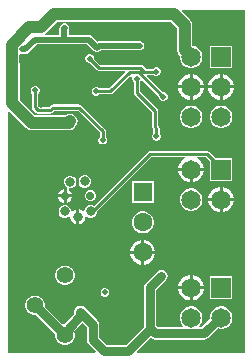
<source format=gbl>
G04*
G04 #@! TF.GenerationSoftware,Altium Limited,Altium Designer,22.2.1 (43)*
G04*
G04 Layer_Physical_Order=2*
G04 Layer_Color=16711680*
%FSAX24Y24*%
%MOIN*%
G70*
G04*
G04 #@! TF.SameCoordinates,0A7D3E4C-9769-4D31-AB1C-A6483D793648*
G04*
G04*
G04 #@! TF.FilePolarity,Positive*
G04*
G01*
G75*
%ADD57C,0.0200*%
%ADD58C,0.0300*%
%ADD59C,0.0100*%
%ADD61C,0.0551*%
%ADD62C,0.0650*%
%ADD63R,0.0650X0.0650*%
%ADD64C,0.0276*%
%ADD65C,0.0315*%
%ADD66C,0.0630*%
%ADD67R,0.0630X0.0630*%
%ADD68C,0.0197*%
%ADD69C,0.0394*%
G36*
X022638Y017520D02*
X019054D01*
X019035Y017566D01*
X019502Y018032D01*
X019518Y018016D01*
X019584Y017972D01*
X019662Y017956D01*
X021279D01*
X021358Y017972D01*
X021424Y018016D01*
X021735Y018328D01*
X021801Y018310D01*
X021900D01*
X021995Y018336D01*
X022081Y018385D01*
X022150Y018455D01*
X022200Y018540D01*
X022225Y018636D01*
Y018734D01*
X022200Y018830D01*
X022150Y018915D01*
X022081Y018985D01*
X021995Y019034D01*
X021900Y019060D01*
X021801D01*
X021706Y019034D01*
X021620Y018985D01*
X021550Y018915D01*
X021501Y018830D01*
X021476Y018734D01*
Y018645D01*
X021195Y018364D01*
X021130D01*
X021110Y018414D01*
X021150Y018455D01*
X021200Y018540D01*
X021225Y018636D01*
Y018734D01*
X021200Y018830D01*
X021150Y018915D01*
X021081Y018985D01*
X020995Y019034D01*
X020900Y019060D01*
X020801D01*
X020706Y019034D01*
X020620Y018985D01*
X020550Y018915D01*
X020501Y018830D01*
X020476Y018734D01*
Y018636D01*
X020501Y018540D01*
X020550Y018455D01*
X020591Y018414D01*
X020571Y018364D01*
X019747D01*
X019691Y018420D01*
Y018699D01*
X019685Y018726D01*
X019691Y018753D01*
Y019611D01*
X020009Y019929D01*
X020053Y019995D01*
X020069Y020073D01*
X020053Y020152D01*
X020009Y020218D01*
X019943Y020262D01*
X019865Y020277D01*
X019787Y020262D01*
X019721Y020218D01*
X019342Y019839D01*
X019298Y019773D01*
X019283Y019695D01*
Y018753D01*
X019288Y018726D01*
X019283Y018699D01*
Y018390D01*
X018677Y017784D01*
X018035D01*
X017785Y018033D01*
Y018456D01*
X017770Y018534D01*
X017725Y018600D01*
X017301Y019024D01*
X017235Y019069D01*
X017157Y019084D01*
X017079Y019069D01*
X017013Y019024D01*
X016969Y018958D01*
X016953Y018880D01*
Y018816D01*
X016623Y018486D01*
X016611Y018468D01*
X016561Y018463D01*
X015967Y019057D01*
Y019137D01*
X015945Y019220D01*
X015902Y019294D01*
X015842Y019355D01*
X015767Y019398D01*
X015685Y019420D01*
X015599D01*
X015516Y019398D01*
X015442Y019355D01*
X015381Y019294D01*
X015338Y019220D01*
X015316Y019137D01*
Y019052D01*
X015338Y018969D01*
X015381Y018895D01*
X015442Y018834D01*
X015516Y018791D01*
X015599Y018769D01*
X015679D01*
X016316Y018132D01*
Y018052D01*
X016338Y017969D01*
X016381Y017895D01*
X016442Y017834D01*
X016516Y017791D01*
X016599Y017769D01*
X016685D01*
X016767Y017791D01*
X016842Y017834D01*
X016902Y017895D01*
X016945Y017969D01*
X016967Y018052D01*
Y018137D01*
X016950Y018202D01*
X016956Y018210D01*
X016964Y018250D01*
X017231Y018518D01*
X017377Y018371D01*
Y017949D01*
X017393Y017871D01*
X017437Y017805D01*
X017676Y017566D01*
X017657Y017520D01*
X014764D01*
Y025537D01*
X014810Y025556D01*
X015364Y025002D01*
X015446Y024947D01*
X015542Y024928D01*
X016770D01*
X016866Y024947D01*
X016948Y025002D01*
X016998Y025052D01*
X017053Y025134D01*
X017072Y025230D01*
X017053Y025326D01*
X016998Y025408D01*
X016916Y025463D01*
X016820Y025482D01*
X016724Y025463D01*
X016678Y025432D01*
X015646D01*
X015132Y025946D01*
Y027165D01*
X015130Y027173D01*
Y027453D01*
X015141Y027464D01*
X015180Y027486D01*
X015189Y027484D01*
X015196Y027482D01*
X015203D01*
X015225Y027477D01*
X015327D01*
X015385Y027489D01*
X015435Y027522D01*
X015713Y027800D01*
X017387D01*
X017608Y027578D01*
X017628Y027565D01*
X017632Y027560D01*
X017639Y027558D01*
X017658Y027545D01*
X017681Y027540D01*
X017687Y027538D01*
X017694D01*
X017717Y027533D01*
X017739Y027538D01*
X017746D01*
X017752Y027540D01*
X017775Y027545D01*
X017794Y027558D01*
X017801Y027560D01*
X017805Y027565D01*
X017825Y027578D01*
X017840Y027593D01*
X019140D01*
X019163Y027597D01*
X019170D01*
X019176Y027600D01*
X019199Y027605D01*
X019218Y027617D01*
X019224Y027620D01*
X019229Y027625D01*
X019248Y027638D01*
X019261Y027657D01*
X019266Y027662D01*
X019269Y027668D01*
X019282Y027687D01*
X019286Y027710D01*
X019289Y027716D01*
Y027723D01*
X019293Y027746D01*
X019289Y027769D01*
Y027775D01*
X019286Y027782D01*
X019282Y027804D01*
X019269Y027824D01*
X019266Y027830D01*
X019261Y027835D01*
X019248Y027854D01*
X019229Y027867D01*
X019224Y027872D01*
X019218Y027874D01*
X019199Y027887D01*
X019176Y027892D01*
X019170Y027894D01*
X019163D01*
X019140Y027899D01*
X017776D01*
X017730Y027890D01*
X017558Y028061D01*
X017509Y028094D01*
X017450Y028106D01*
X016767D01*
Y028276D01*
X016775Y028288D01*
X016780Y028311D01*
X016782Y028317D01*
Y028324D01*
X016787Y028346D01*
X016782Y028369D01*
Y028376D01*
X016780Y028382D01*
X016775Y028405D01*
X016762Y028424D01*
X016760Y028431D01*
X016755Y028435D01*
X016742Y028455D01*
X016723Y028467D01*
X016718Y028472D01*
X016712Y028475D01*
X016692Y028488D01*
X016670Y028492D01*
X016663Y028495D01*
X016657D01*
X016634Y028499D01*
X016611Y028495D01*
X016604D01*
X016598Y028492D01*
X016575Y028488D01*
X016556Y028475D01*
X016550Y028472D01*
X016545Y028467D01*
X016526Y028455D01*
X016506Y028435D01*
X016473Y028385D01*
X016461Y028327D01*
Y028106D01*
X015989D01*
X015973Y028156D01*
X016012Y028182D01*
X016382Y028552D01*
X020171D01*
X020382Y028341D01*
Y027594D01*
X020402Y027498D01*
X020456Y027416D01*
X020476Y027397D01*
Y027329D01*
X020501Y027233D01*
X020550Y027148D01*
X020620Y027078D01*
X020706Y027029D01*
X020801Y027003D01*
X020900D01*
X020995Y027029D01*
X021081Y027078D01*
X021150Y027148D01*
X021200Y027233D01*
X021225Y027329D01*
Y027427D01*
X021200Y027523D01*
X021150Y027608D01*
X021081Y027678D01*
X020995Y027727D01*
X020900Y027753D01*
X020886D01*
Y028445D01*
X020867Y028541D01*
X020812Y028623D01*
X020544Y028891D01*
X020563Y028937D01*
X022638D01*
Y017520D01*
D02*
G37*
%LPC*%
G36*
X022225Y027753D02*
X021476D01*
Y027003D01*
X022225D01*
Y027753D01*
D02*
G37*
G36*
X017507Y027469D02*
X017448D01*
X017394Y027446D01*
X017352Y027404D01*
X017329Y027350D01*
Y027291D01*
X017352Y027236D01*
X017394Y027194D01*
X017448Y027172D01*
X017482D01*
X017706Y026948D01*
X017739Y026926D01*
X017778Y026918D01*
X018638D01*
X018657Y026872D01*
X018113Y026328D01*
X017793D01*
X017769Y026352D01*
X017715Y026375D01*
X017656D01*
X017601Y026352D01*
X017560Y026310D01*
X017537Y026256D01*
Y026197D01*
X017560Y026142D01*
X017601Y026100D01*
X017656Y026078D01*
X017715D01*
X017769Y026100D01*
X017793Y026124D01*
X018155D01*
X018194Y026132D01*
X018227Y026154D01*
X018826Y026753D01*
X018865Y026749D01*
X018892Y026702D01*
X018885Y026685D01*
Y026626D01*
X018908Y026571D01*
X018948Y026531D01*
Y026190D01*
X018956Y026151D01*
X018978Y026118D01*
X019558Y025538D01*
Y025031D01*
X019566Y024992D01*
X019588Y024959D01*
X019596Y024951D01*
Y024840D01*
X019572Y024816D01*
X019549Y024762D01*
Y024703D01*
X019572Y024648D01*
X019614Y024606D01*
X019668Y024584D01*
X019727D01*
X019782Y024606D01*
X019824Y024648D01*
X019846Y024703D01*
Y024762D01*
X019824Y024816D01*
X019800Y024840D01*
Y024993D01*
X019792Y025032D01*
X019770Y025065D01*
X019762Y025073D01*
Y025580D01*
X019754Y025619D01*
X019732Y025652D01*
X019152Y026232D01*
Y026564D01*
X019160Y026571D01*
X019167Y026588D01*
X019226Y026600D01*
X019772Y026054D01*
Y026020D01*
X019794Y025966D01*
X019836Y025924D01*
X019890Y025902D01*
X019950D01*
X020004Y025924D01*
X020046Y025966D01*
X020068Y026020D01*
Y026080D01*
X020046Y026134D01*
X020004Y026176D01*
X019950Y026198D01*
X019916D01*
X019374Y026740D01*
X019393Y026786D01*
X019579D01*
X019603Y026763D01*
X019658Y026740D01*
X019717D01*
X019771Y026763D01*
X019813Y026804D01*
X019836Y026859D01*
Y026918D01*
X019813Y026973D01*
X019771Y027014D01*
X019717Y027037D01*
X019658D01*
X019603Y027014D01*
X019579Y026990D01*
X019336D01*
X019234Y027092D01*
X019201Y027114D01*
X019162Y027122D01*
X017820D01*
X017626Y027316D01*
Y027350D01*
X017604Y027404D01*
X017562Y027446D01*
X017507Y027469D01*
D02*
G37*
G36*
X021906Y026803D02*
X021900D01*
Y026428D01*
X022275D01*
Y026434D01*
X022246Y026542D01*
X022190Y026639D01*
X022111Y026718D01*
X022014Y026774D01*
X021906Y026803D01*
D02*
G37*
G36*
X020906D02*
X020900D01*
Y026428D01*
X021275D01*
Y026434D01*
X021246Y026542D01*
X021190Y026639D01*
X021111Y026718D01*
X021014Y026774D01*
X020906Y026803D01*
D02*
G37*
G36*
X020800D02*
X020794D01*
X020686Y026774D01*
X020590Y026718D01*
X020510Y026639D01*
X020455Y026542D01*
X020426Y026434D01*
Y026428D01*
X020800D01*
Y026803D01*
D02*
G37*
G36*
X021800D02*
X021794D01*
X021686Y026774D01*
X021590Y026718D01*
X021510Y026639D01*
X021455Y026542D01*
X021426Y026434D01*
Y026428D01*
X021800D01*
Y026803D01*
D02*
G37*
G36*
X022275Y026328D02*
X021900D01*
Y025953D01*
X021906D01*
X022014Y025982D01*
X022111Y026038D01*
X022190Y026117D01*
X022246Y026214D01*
X022275Y026322D01*
Y026328D01*
D02*
G37*
G36*
X021800D02*
X021426D01*
Y026322D01*
X021455Y026214D01*
X021510Y026117D01*
X021590Y026038D01*
X021686Y025982D01*
X021794Y025953D01*
X021800D01*
Y026328D01*
D02*
G37*
G36*
X021275D02*
X020900D01*
Y025953D01*
X020906D01*
X021014Y025982D01*
X021111Y026038D01*
X021190Y026117D01*
X021246Y026214D01*
X021275Y026322D01*
Y026328D01*
D02*
G37*
G36*
X020800D02*
X020426D01*
Y026322D01*
X020455Y026214D01*
X020510Y026117D01*
X020590Y026038D01*
X020686Y025982D01*
X020794Y025953D01*
X020800D01*
Y026328D01*
D02*
G37*
G36*
X021900Y025753D02*
X021801D01*
X021706Y025727D01*
X021620Y025678D01*
X021550Y025608D01*
X021501Y025523D01*
X021476Y025427D01*
Y025329D01*
X021501Y025233D01*
X021550Y025148D01*
X021620Y025078D01*
X021706Y025029D01*
X021801Y025003D01*
X021900D01*
X021995Y025029D01*
X022081Y025078D01*
X022150Y025148D01*
X022200Y025233D01*
X022225Y025329D01*
Y025427D01*
X022200Y025523D01*
X022150Y025608D01*
X022081Y025678D01*
X021995Y025727D01*
X021900Y025753D01*
D02*
G37*
G36*
X020900D02*
X020801D01*
X020706Y025727D01*
X020620Y025678D01*
X020550Y025608D01*
X020501Y025523D01*
X020476Y025427D01*
Y025329D01*
X020501Y025233D01*
X020550Y025148D01*
X020620Y025078D01*
X020706Y025029D01*
X020801Y025003D01*
X020900D01*
X020995Y025029D01*
X021081Y025078D01*
X021150Y025148D01*
X021200Y025233D01*
X021225Y025329D01*
Y025427D01*
X021200Y025523D01*
X021150Y025608D01*
X021081Y025678D01*
X020995Y025727D01*
X020900Y025753D01*
D02*
G37*
G36*
X015681Y026408D02*
X015622D01*
X015567Y026385D01*
X015526Y026344D01*
X015503Y026289D01*
Y026230D01*
X015526Y026175D01*
X015550Y026152D01*
Y025691D01*
X015557Y025652D01*
X015579Y025619D01*
X015680Y025518D01*
X015713Y025496D01*
X015752Y025489D01*
X016142D01*
X016181Y025496D01*
X016214Y025518D01*
X016282Y025587D01*
X017084D01*
X017811Y024859D01*
Y024714D01*
X017788Y024690D01*
X017765Y024636D01*
Y024577D01*
X017788Y024522D01*
X017829Y024480D01*
X017884Y024458D01*
X017943D01*
X017997Y024480D01*
X018039Y024522D01*
X018062Y024577D01*
Y024636D01*
X018039Y024690D01*
X018015Y024714D01*
Y024902D01*
X018008Y024941D01*
X017985Y024974D01*
X017198Y025761D01*
X017165Y025783D01*
X017126Y025791D01*
X016240D01*
X016201Y025783D01*
X016168Y025761D01*
X016099Y025693D01*
X015794D01*
X015753Y025733D01*
Y026152D01*
X015777Y026175D01*
X015800Y026230D01*
Y026289D01*
X015777Y026344D01*
X015736Y026385D01*
X015681Y026408D01*
D02*
G37*
G36*
X021380Y024252D02*
X019490D01*
X019451Y024244D01*
X019418Y024222D01*
X017606Y022410D01*
X017548Y022434D01*
X017465D01*
X017389Y022403D01*
X017331Y022344D01*
X017299Y022268D01*
Y022259D01*
X017249Y022238D01*
X017232Y022256D01*
X017173Y022290D01*
X017124Y022303D01*
Y022050D01*
Y021797D01*
X017173Y021810D01*
X017232Y021844D01*
X017280Y021892D01*
X017314Y021950D01*
X017331Y022016D01*
Y022038D01*
X017381Y022059D01*
X017389Y022051D01*
X017465Y022019D01*
X017548D01*
X017624Y022051D01*
X017683Y022109D01*
X017714Y022186D01*
Y022230D01*
X019532Y024048D01*
X020639D01*
X020652Y023998D01*
X020590Y023962D01*
X020510Y023883D01*
X020455Y023786D01*
X020426Y023678D01*
Y023672D01*
X020850D01*
X021275D01*
Y023678D01*
X021246Y023786D01*
X021190Y023883D01*
X021111Y023962D01*
X021049Y023998D01*
X021062Y024048D01*
X021338D01*
X021476Y023910D01*
Y023247D01*
X022225D01*
Y023997D01*
X021677D01*
X021452Y024222D01*
X021419Y024244D01*
X021380Y024252D01*
D02*
G37*
G36*
X021275Y023572D02*
X020900D01*
Y023197D01*
X020906D01*
X021014Y023226D01*
X021111Y023282D01*
X021190Y023361D01*
X021246Y023458D01*
X021275Y023566D01*
Y023572D01*
D02*
G37*
G36*
X020800D02*
X020426D01*
Y023566D01*
X020455Y023458D01*
X020510Y023361D01*
X020590Y023282D01*
X020686Y023226D01*
X020794Y023197D01*
X020800D01*
Y023572D01*
D02*
G37*
G36*
X017348Y023431D02*
X017266D01*
X017190Y023400D01*
X017131Y023341D01*
X017100Y023265D01*
Y023182D01*
X017131Y023106D01*
X017190Y023048D01*
X017266Y023016D01*
X017348D01*
X017425Y023048D01*
X017483Y023106D01*
X017515Y023182D01*
Y023265D01*
X017483Y023341D01*
X017425Y023400D01*
X017348Y023431D01*
D02*
G37*
G36*
X016865Y023417D02*
X016782D01*
X016706Y023386D01*
X016648Y023327D01*
X016616Y023251D01*
Y023169D01*
X016648Y023092D01*
X016706Y023034D01*
X016706Y023033D01*
X016700Y023019D01*
Y022800D01*
X016887D01*
X016852Y022885D01*
X016785Y022952D01*
X016783Y022952D01*
X016793Y023002D01*
X016865D01*
X016941Y023034D01*
X016999Y023092D01*
X017031Y023169D01*
Y023251D01*
X016999Y023327D01*
X016941Y023386D01*
X016865Y023417D01*
D02*
G37*
G36*
X016600Y022987D02*
X016515Y022952D01*
X016448Y022885D01*
X016413Y022800D01*
X016600D01*
Y022987D01*
D02*
G37*
G36*
X021906Y023047D02*
X021900D01*
Y022672D01*
X022275D01*
Y022678D01*
X022246Y022786D01*
X022190Y022883D01*
X022111Y022962D01*
X022014Y023018D01*
X021906Y023047D01*
D02*
G37*
G36*
X021800D02*
X021794D01*
X021686Y023018D01*
X021590Y022962D01*
X021510Y022883D01*
X021455Y022786D01*
X021426Y022678D01*
Y022672D01*
X021800D01*
Y023047D01*
D02*
G37*
G36*
X017535Y022938D02*
X017460D01*
X017391Y022909D01*
X017338Y022856D01*
X017309Y022787D01*
Y022713D01*
X017338Y022644D01*
X017391Y022591D01*
X017460Y022562D01*
X017535D01*
X017604Y022591D01*
X017656Y022644D01*
X017685Y022713D01*
Y022787D01*
X017656Y022856D01*
X017604Y022909D01*
X017535Y022938D01*
D02*
G37*
G36*
X016887Y022700D02*
X016700D01*
Y022513D01*
X016785Y022548D01*
X016852Y022615D01*
X016887Y022700D01*
D02*
G37*
G36*
X016600D02*
X016413D01*
X016448Y022615D01*
X016515Y022548D01*
X016600Y022513D01*
Y022700D01*
D02*
G37*
G36*
X019605Y023225D02*
X018875D01*
Y022495D01*
X019605D01*
Y023225D01*
D02*
G37*
G36*
X020900Y022997D02*
X020801D01*
X020706Y022971D01*
X020620Y022922D01*
X020550Y022852D01*
X020501Y022767D01*
X020476Y022671D01*
Y022573D01*
X020501Y022477D01*
X020550Y022392D01*
X020620Y022322D01*
X020706Y022273D01*
X020801Y022247D01*
X020900D01*
X020995Y022273D01*
X021081Y022322D01*
X021150Y022392D01*
X021200Y022477D01*
X021225Y022573D01*
Y022671D01*
X021200Y022767D01*
X021150Y022852D01*
X021081Y022922D01*
X020995Y022971D01*
X020900Y022997D01*
D02*
G37*
G36*
X022275Y022572D02*
X021900D01*
Y022197D01*
X021906D01*
X022014Y022226D01*
X022111Y022282D01*
X022190Y022361D01*
X022246Y022458D01*
X022275Y022566D01*
Y022572D01*
D02*
G37*
G36*
X021800D02*
X021426D01*
Y022566D01*
X021455Y022458D01*
X021510Y022361D01*
X021590Y022282D01*
X021686Y022226D01*
X021794Y022197D01*
X021800D01*
Y022572D01*
D02*
G37*
G36*
X016682Y022434D02*
X016599D01*
X016523Y022403D01*
X016465Y022344D01*
X016433Y022268D01*
Y022186D01*
X016465Y022109D01*
X016523Y022051D01*
X016599Y022019D01*
X016682D01*
X016758Y022051D01*
X016766Y022059D01*
X016816Y022038D01*
Y022016D01*
X016834Y021950D01*
X016868Y021892D01*
X016916Y021844D01*
X016974Y021810D01*
X017024Y021797D01*
Y022050D01*
Y022303D01*
X016974Y022290D01*
X016916Y022256D01*
X016898Y022238D01*
X016848Y022259D01*
Y022268D01*
X016816Y022344D01*
X016758Y022403D01*
X016682Y022434D01*
D02*
G37*
G36*
X019288Y022225D02*
X019192D01*
X019099Y022200D01*
X019016Y022152D01*
X018948Y022084D01*
X018900Y022001D01*
X018875Y021908D01*
Y021812D01*
X018900Y021719D01*
X018948Y021636D01*
X019016Y021568D01*
X019099Y021520D01*
X019192Y021495D01*
X019288D01*
X019381Y021520D01*
X019464Y021568D01*
X019532Y021636D01*
X019580Y021719D01*
X019605Y021812D01*
Y021908D01*
X019580Y022001D01*
X019532Y022084D01*
X019464Y022152D01*
X019381Y022200D01*
X019288Y022225D01*
D02*
G37*
G36*
X019295Y021275D02*
X019290D01*
Y020910D01*
X019655D01*
Y020915D01*
X019627Y021020D01*
X019572Y021115D01*
X019495Y021192D01*
X019400Y021247D01*
X019295Y021275D01*
D02*
G37*
G36*
X019190D02*
X019185D01*
X019080Y021247D01*
X018985Y021192D01*
X018908Y021115D01*
X018853Y021020D01*
X018825Y020915D01*
Y020910D01*
X019190D01*
Y021275D01*
D02*
G37*
G36*
X019655Y020810D02*
X019290D01*
Y020445D01*
X019295D01*
X019400Y020473D01*
X019495Y020528D01*
X019572Y020605D01*
X019627Y020700D01*
X019655Y020805D01*
Y020810D01*
D02*
G37*
G36*
X019190D02*
X018825D01*
Y020805D01*
X018853Y020700D01*
X018908Y020605D01*
X018985Y020528D01*
X019080Y020473D01*
X019185Y020445D01*
X019190D01*
Y020810D01*
D02*
G37*
G36*
X016685Y020420D02*
X016599D01*
X016516Y020398D01*
X016442Y020355D01*
X016381Y020294D01*
X016338Y020220D01*
X016316Y020137D01*
Y020052D01*
X016338Y019969D01*
X016381Y019895D01*
X016442Y019834D01*
X016516Y019791D01*
X016599Y019769D01*
X016685D01*
X016767Y019791D01*
X016842Y019834D01*
X016902Y019895D01*
X016945Y019969D01*
X016967Y020052D01*
Y020137D01*
X016945Y020220D01*
X016902Y020294D01*
X016842Y020355D01*
X016767Y020398D01*
X016685Y020420D01*
D02*
G37*
G36*
X020906Y020110D02*
X020900D01*
Y019735D01*
X021275D01*
Y019741D01*
X021246Y019849D01*
X021190Y019946D01*
X021111Y020025D01*
X021014Y020081D01*
X020906Y020110D01*
D02*
G37*
G36*
X020800D02*
X020794D01*
X020686Y020081D01*
X020590Y020025D01*
X020510Y019946D01*
X020455Y019849D01*
X020426Y019741D01*
Y019735D01*
X020800D01*
Y020110D01*
D02*
G37*
G36*
X018010Y019678D02*
X017950D01*
X017896Y019656D01*
X017854Y019614D01*
X017832Y019560D01*
Y019500D01*
X017854Y019446D01*
X017896Y019404D01*
X017950Y019382D01*
X018010D01*
X018064Y019404D01*
X018106Y019446D01*
X018128Y019500D01*
Y019560D01*
X018106Y019614D01*
X018064Y019656D01*
X018010Y019678D01*
D02*
G37*
G36*
X022225Y020060D02*
X021476D01*
Y019310D01*
X022225D01*
Y020060D01*
D02*
G37*
G36*
X021275Y019635D02*
X020900D01*
Y019260D01*
X020906D01*
X021014Y019289D01*
X021111Y019345D01*
X021190Y019424D01*
X021246Y019521D01*
X021275Y019629D01*
Y019635D01*
D02*
G37*
G36*
X020800D02*
X020426D01*
Y019629D01*
X020455Y019521D01*
X020510Y019424D01*
X020590Y019345D01*
X020686Y019289D01*
X020794Y019260D01*
X020800D01*
Y019635D01*
D02*
G37*
%LPD*%
D57*
X016614Y028017D02*
Y028327D01*
X016634Y028346D01*
X017776Y027746D02*
X019140D01*
X017717Y027686D02*
X017776Y027746D01*
X016550Y027953D02*
X017450D01*
X015650D02*
X016550D01*
X017450D02*
X017717Y027686D01*
X015327Y027630D02*
X015650Y027953D01*
X015225Y027630D02*
X015327D01*
D58*
X019487Y018753D02*
Y019695D01*
X019865Y020073D01*
X019662Y018160D02*
X021279D01*
X017581Y017949D02*
X017950Y017580D01*
X018761D01*
X019487Y018336D02*
X019662Y018160D01*
X021279D02*
X021804Y018685D01*
X016767Y018342D02*
X017157Y018732D01*
Y018880D01*
X016642Y018094D02*
Y018162D01*
X016767Y018288D01*
Y018342D01*
X018761Y017580D02*
X019487Y018305D01*
Y018336D02*
Y018699D01*
X017157Y018880D02*
X017581Y018456D01*
Y017949D02*
Y018456D01*
X021804Y018685D02*
X021850D01*
X015642Y019094D02*
Y019094D01*
Y019094D02*
X016642Y018094D01*
D59*
X015752Y025591D02*
X016142D01*
X016240Y025689D02*
X017126D01*
X016142Y025591D02*
X016240Y025689D01*
X017126D02*
X017913Y024902D01*
Y024606D02*
Y024902D01*
X019660Y025031D02*
X019698Y024993D01*
Y024732D02*
Y024993D01*
X019660Y025031D02*
Y025580D01*
X019034Y026656D02*
X019050Y026639D01*
X017778Y027020D02*
X019162D01*
X019294Y026888D02*
X019687D01*
X019162Y027020D02*
X019294Y026888D01*
X019050Y026190D02*
Y026639D01*
X019100Y026870D02*
X019920Y026050D01*
X018799Y026870D02*
X019100D01*
X019050Y026190D02*
X019660Y025580D01*
X017478Y027320D02*
X017778Y027020D01*
X018155Y026226D02*
X018799Y026870D01*
X017685Y026226D02*
X018155D01*
X016550Y027953D02*
X016614Y028017D01*
X017507Y022227D02*
X017567D01*
X019490Y024150D01*
X021380D01*
X021850Y023680D01*
Y023622D02*
Y023680D01*
X015651Y025691D02*
X015752Y025591D01*
X015651Y025691D02*
Y026260D01*
D61*
X016642Y018094D02*
D03*
X015642Y019094D02*
D03*
X016642Y020094D02*
D03*
D62*
X020850Y027378D02*
D03*
X021850Y026378D02*
D03*
Y025378D02*
D03*
X020850Y026378D02*
D03*
Y025378D02*
D03*
Y023622D02*
D03*
X021850Y022622D02*
D03*
X020850D02*
D03*
Y019685D02*
D03*
X021850Y018685D02*
D03*
X020850D02*
D03*
D63*
X021850Y027378D02*
D03*
Y023622D02*
D03*
Y019685D02*
D03*
D64*
X017497Y022750D02*
D03*
X016650D02*
D03*
D65*
X017507Y022227D02*
D03*
X017074Y022050D02*
D03*
X016824Y023210D02*
D03*
X016641Y022227D02*
D03*
X017307Y023224D02*
D03*
D66*
X019240Y020860D02*
D03*
Y021860D02*
D03*
D67*
Y022860D02*
D03*
D68*
X016634Y028346D02*
D03*
X019865Y020073D02*
D03*
X019698Y024732D02*
D03*
X019034Y026656D02*
D03*
X018570Y027497D02*
D03*
X015895Y027628D02*
D03*
X017478Y027320D02*
D03*
X017717Y027686D02*
D03*
X019687Y026888D02*
D03*
X017913Y024606D02*
D03*
X016820Y025230D02*
D03*
X015855Y025789D02*
D03*
X020079Y018504D02*
D03*
X017525Y028348D02*
D03*
X018954Y028269D02*
D03*
X015834Y028360D02*
D03*
X015925Y020846D02*
D03*
X015945Y019882D02*
D03*
X014961Y027165D02*
D03*
X015225Y027300D02*
D03*
Y027630D02*
D03*
X017157Y018880D02*
D03*
X019487Y018753D02*
D03*
X015771Y023919D02*
D03*
X020090Y028151D02*
D03*
X015651Y026260D02*
D03*
X018300Y017580D02*
D03*
X017910Y017620D02*
D03*
X016653Y026581D02*
D03*
X019140Y027746D02*
D03*
X016280Y026970D02*
D03*
X017050Y026960D02*
D03*
X017980Y019530D02*
D03*
X018962Y019380D02*
D03*
X017425Y025778D02*
D03*
X016885Y024808D02*
D03*
X017685Y026226D02*
D03*
X016450Y025260D02*
D03*
X019920Y026050D02*
D03*
X017020Y026180D02*
D03*
X016230Y026170D02*
D03*
D69*
X016278Y028803D02*
X020276D01*
X020634Y027594D02*
X020850Y027378D01*
X020634Y027594D02*
Y028445D01*
X020276Y028803D02*
X020634Y028445D01*
X014878Y027774D02*
X015464Y028360D01*
X014878Y027167D02*
Y027774D01*
X015464Y028360D02*
X015834D01*
X014878Y027167D02*
X014880Y027165D01*
X016770Y025180D02*
X016820Y025230D01*
X015542Y025180D02*
X016770D01*
X014880Y025842D02*
X015542Y025180D01*
X014880Y025842D02*
Y027165D01*
X015834Y028360D02*
X016278Y028803D01*
M02*

</source>
